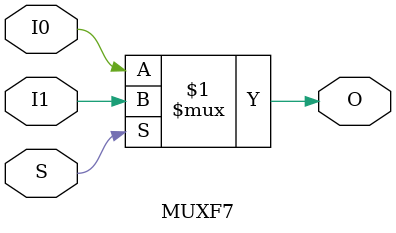
<source format=v>

`ifdef verilator3
`else
`timescale 1 ps / 1 ps
`endif

/* verilator coverage_off */
module MUXF7
(
    input  wire I0, I1,
    input  wire S,
    output wire O
);

    assign O = (S) ? I1 : I0;

endmodule
/* verilator coverage_on */

</source>
